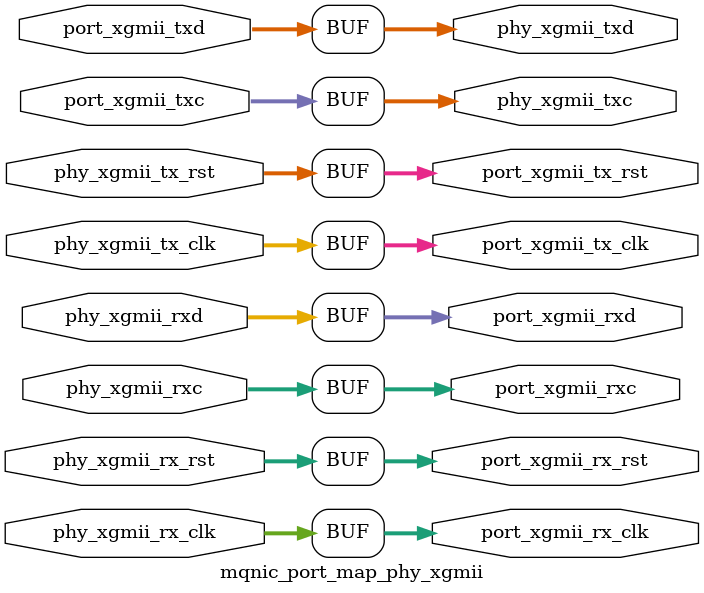
<source format=v>
/*

Copyright 2022, The Regents of the University of California.
All rights reserved.

Redistribution and use in source and binary forms, with or without
modification, are permitted provided that the following conditions are met:

   1. Redistributions of source code must retain the above copyright notice,
      this list of conditions and the following disclaimer.

   2. Redistributions in binary form must reproduce the above copyright notice,
      this list of conditions and the following disclaimer in the documentation
      and/or other materials provided with the distribution.

THIS SOFTWARE IS PROVIDED BY THE REGENTS OF THE UNIVERSITY OF CALIFORNIA ''AS
IS'' AND ANY EXPRESS OR IMPLIED WARRANTIES, INCLUDING, BUT NOT LIMITED TO, THE
IMPLIED WARRANTIES OF MERCHANTABILITY AND FITNESS FOR A PARTICULAR PURPOSE ARE
DISCLAIMED. IN NO EVENT SHALL THE REGENTS OF THE UNIVERSITY OF CALIFORNIA OR
CONTRIBUTORS BE LIABLE FOR ANY DIRECT, INDIRECT, INCIDENTAL, SPECIAL,
EXEMPLARY, OR CONSEQUENTIAL DAMAGES (INCLUDING, BUT NOT LIMITED TO, PROCUREMENT
OF SUBSTITUTE GOODS OR SERVICES; LOSS OF USE, DATA, OR PROFITS; OR BUSINESS
INTERRUPTION) HOWEVER CAUSED AND ON ANY THEORY OF LIABILITY, WHETHER IN
CONTRACT, STRICT LIABILITY, OR TORT (INCLUDING NEGLIGENCE OR OTHERWISE) ARISING
IN ANY WAY OUT OF THE USE OF THIS SOFTWARE, EVEN IF ADVISED OF THE POSSIBILITY
OF SUCH DAMAGE.

The views and conclusions contained in the software and documentation are those
of the authors and should not be interpreted as representing official policies,
either expressed or implied, of The Regents of the University of California.

*/

// Language: Verilog 2001

`resetall
`timescale 1ns / 1ps
`default_nettype none

/*
 * Port map module for XGMII PHYs
 */
module mqnic_port_map_phy_xgmii #
(
    parameter PHY_COUNT = 4,
    parameter PORT_MASK = 0,
    parameter PORT_GROUP_SIZE = 1,

    parameter IF_COUNT = 1,
    parameter PORTS_PER_IF = 4,

    parameter PORT_COUNT = IF_COUNT*PORTS_PER_IF,

    parameter XGMII_DATA_WIDTH = 64,
    parameter XGMII_CTRL_WIDTH = XGMII_DATA_WIDTH/8
)
(
    // towards PHY
    input  wire [PHY_COUNT-1:0]                    phy_xgmii_tx_clk,
    input  wire [PHY_COUNT-1:0]                    phy_xgmii_tx_rst,
    output wire [PHY_COUNT*XGMII_DATA_WIDTH-1:0]   phy_xgmii_txd,
    output wire [PHY_COUNT*XGMII_CTRL_WIDTH-1:0]   phy_xgmii_txc,

    input  wire [PHY_COUNT-1:0]                    phy_xgmii_rx_clk,
    input  wire [PHY_COUNT-1:0]                    phy_xgmii_rx_rst,
    input  wire [PHY_COUNT*XGMII_DATA_WIDTH-1:0]   phy_xgmii_rxd,
    input  wire [PHY_COUNT*XGMII_CTRL_WIDTH-1:0]   phy_xgmii_rxc,

    // towards MAC
    output wire [PORT_COUNT-1:0]                   port_xgmii_tx_clk,
    output wire [PORT_COUNT-1:0]                   port_xgmii_tx_rst,
    input  wire [PORT_COUNT*XGMII_DATA_WIDTH-1:0]  port_xgmii_txd,
    input  wire [PORT_COUNT*XGMII_CTRL_WIDTH-1:0]  port_xgmii_txc,

    output wire [PORT_COUNT-1:0]                   port_xgmii_rx_clk,
    output wire [PORT_COUNT-1:0]                   port_xgmii_rx_rst,
    output wire [PORT_COUNT*XGMII_DATA_WIDTH-1:0]  port_xgmii_rxd,
    output wire [PORT_COUNT*XGMII_CTRL_WIDTH-1:0]  port_xgmii_rxc
);

initial begin
    if (PORT_COUNT > PHY_COUNT) begin
        $error("Error: Requested port count out of range (instance %m)");
        $finish;
    end
end

function [PHY_COUNT-1:0] calcMask(input [31:0] if_count, input [31:0] ports_per_if, input [31:0] group_size);
    integer iface, port, phy;
    begin
        phy = 0;
        calcMask = 0;
        if (if_count*ports_per_if*group_size <= PHY_COUNT) begin
            // all ports in their own group
            for (port = 0; port < if_count*ports_per_if; port = port + 1) begin
                calcMask[phy] = 1'b1;
                phy = phy + group_size;
            end
        end else if (if_count*((ports_per_if+group_size-1)/group_size)*group_size <= PHY_COUNT) begin
            // pack ports on each interface, each interface starts on a group boundary
            for (iface = 0; iface < if_count; iface = iface + 1) begin
                for (port = 0; port < ports_per_if; port = port + 1) begin
                    calcMask[phy] = 1'b1;
                    phy = phy + 1;
                end
                if (phy % group_size > 0) begin
                    phy = phy + group_size - (phy % group_size);
                end
            end
        end else begin
            // pack everything
            calcMask = {PHY_COUNT{1'b1}};
        end
    end
endfunction

localparam PORT_MASK_INT = PORT_MASK ? PORT_MASK : calcMask(IF_COUNT, PORTS_PER_IF, PORT_GROUP_SIZE);

function [PHY_COUNT*8-1:0] calcIndices(input [PHY_COUNT-1:0] mask);
    integer port, phy;
    begin
        port = 0;
        calcIndices = {PHY_COUNT*8{1'b1}};
        for (phy = 0; phy < PHY_COUNT; phy = phy + 1) begin
            if (mask[phy] && port < PORT_COUNT) begin
                calcIndices[phy*8 +: 8] = port;
                port = port + 1;
            end else begin
                calcIndices[phy*8 +: 8] = 8'hff;
            end
        end

        if (port < PORT_COUNT) begin
            // invalid mask - not enough set bits
            calcIndices = {PHY_COUNT*8{1'b1}};
        end
    end
endfunction

localparam IND = calcIndices(PORT_MASK_INT);

initial begin
    if (&IND) begin
        $error("Error: Invalid mask (%x) for requested port count (%d) (instance %m)", PORT_MASK_INT, PORT_COUNT);
        $finish;
    end
end

generate
    genvar n;

    for (n = 0; n < PHY_COUNT; n = n + 1) begin : phy
        if (IND[n*8 +: 8] != 8'hff) begin
            initial begin
                $display("Phy %d connected to port %d", n, IND[n*8 +: 8]);
            end
            assign port_xgmii_tx_clk[IND[n*8 +: 8]] = phy_xgmii_tx_clk[n];
            assign port_xgmii_tx_rst[IND[n*8 +: 8]] = phy_xgmii_tx_rst[n];

            assign phy_xgmii_txd[n*XGMII_DATA_WIDTH +: XGMII_DATA_WIDTH] = port_xgmii_txd[IND[n*8 +: 8]*XGMII_DATA_WIDTH +: XGMII_DATA_WIDTH];
            assign phy_xgmii_txc[n*XGMII_CTRL_WIDTH +: XGMII_CTRL_WIDTH] = port_xgmii_txc[IND[n*8 +: 8]*XGMII_CTRL_WIDTH +: XGMII_CTRL_WIDTH];

            assign port_xgmii_rx_clk[IND[n*8 +: 8]] = phy_xgmii_rx_clk[n];
            assign port_xgmii_rx_rst[IND[n*8 +: 8]] = phy_xgmii_rx_rst[n];

            assign port_xgmii_rxd[IND[n*8 +: 8]*XGMII_DATA_WIDTH +: XGMII_DATA_WIDTH] = phy_xgmii_rxd[n*XGMII_DATA_WIDTH +: XGMII_DATA_WIDTH];
            assign port_xgmii_rxc[IND[n*8 +: 8]*XGMII_CTRL_WIDTH +: XGMII_CTRL_WIDTH] = phy_xgmii_rxc[n*XGMII_CTRL_WIDTH +: XGMII_CTRL_WIDTH];
        end else begin
            initial begin
                $display("Phy %d skipped", n);
            end
            assign phy_xgmii_txd[n*XGMII_DATA_WIDTH +: XGMII_DATA_WIDTH] = {XGMII_CTRL_WIDTH{8'h07}};
            assign phy_xgmii_txc[n*XGMII_CTRL_WIDTH +: XGMII_CTRL_WIDTH] = {XGMII_CTRL_WIDTH{1'b1}};
        end
    end
endgenerate

endmodule

`resetall

</source>
